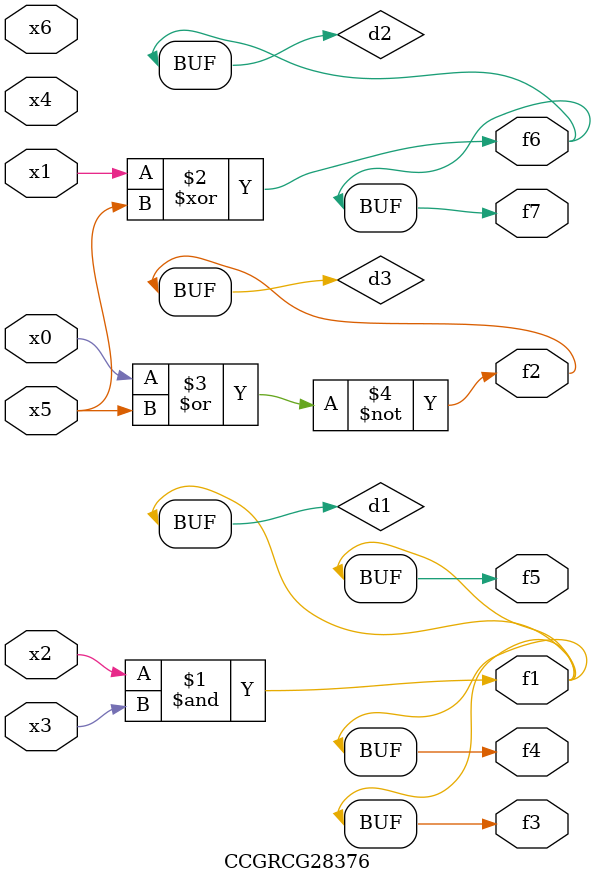
<source format=v>
module CCGRCG28376(
	input x0, x1, x2, x3, x4, x5, x6,
	output f1, f2, f3, f4, f5, f6, f7
);

	wire d1, d2, d3;

	and (d1, x2, x3);
	xor (d2, x1, x5);
	nor (d3, x0, x5);
	assign f1 = d1;
	assign f2 = d3;
	assign f3 = d1;
	assign f4 = d1;
	assign f5 = d1;
	assign f6 = d2;
	assign f7 = d2;
endmodule

</source>
